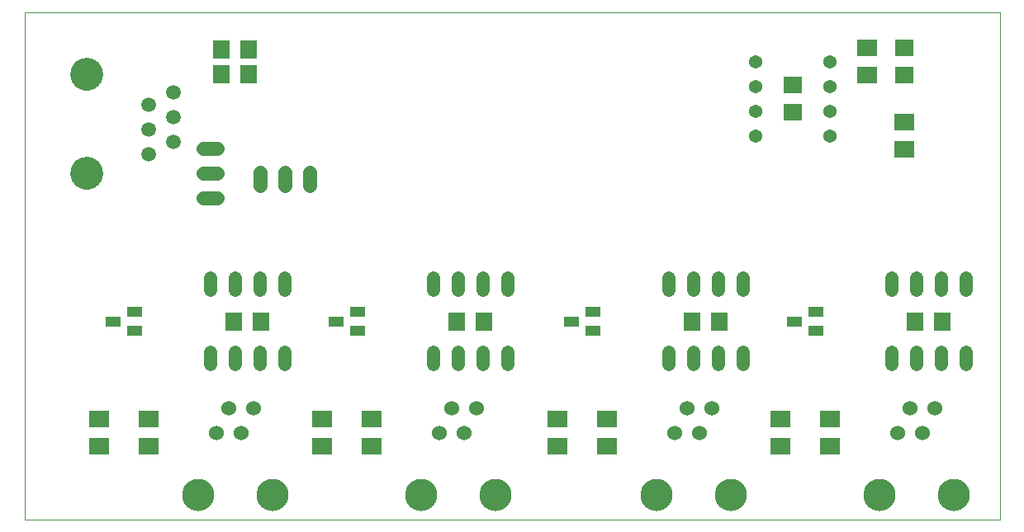
<source format=gbs>
G75*
G70*
%OFA0B0*%
%FSLAX24Y24*%
%IPPOS*%
%LPD*%
%AMOC8*
5,1,8,0,0,1.08239X$1,22.5*
%
%ADD10C,0.0000*%
%ADD11C,0.0520*%
%ADD12R,0.0827X0.0670*%
%ADD13R,0.0670X0.0749*%
%ADD14R,0.0749X0.0670*%
%ADD15R,0.0591X0.0434*%
%ADD16C,0.0591*%
%ADD17C,0.1320*%
%ADD18C,0.0600*%
%ADD19C,0.1300*%
%ADD20C,0.0540*%
%ADD21C,0.0580*%
D10*
X000704Y003195D02*
X000704Y023691D01*
X040074Y023691D01*
X040074Y003195D01*
X000704Y003195D01*
X007074Y004195D02*
X007076Y004245D01*
X007082Y004295D01*
X007092Y004344D01*
X007106Y004392D01*
X007123Y004439D01*
X007144Y004484D01*
X007169Y004528D01*
X007197Y004569D01*
X007229Y004608D01*
X007263Y004645D01*
X007300Y004679D01*
X007340Y004709D01*
X007382Y004736D01*
X007426Y004760D01*
X007472Y004781D01*
X007519Y004797D01*
X007567Y004810D01*
X007617Y004819D01*
X007666Y004824D01*
X007717Y004825D01*
X007767Y004822D01*
X007816Y004815D01*
X007865Y004804D01*
X007913Y004789D01*
X007959Y004771D01*
X008004Y004749D01*
X008047Y004723D01*
X008088Y004694D01*
X008127Y004662D01*
X008163Y004627D01*
X008195Y004589D01*
X008225Y004549D01*
X008252Y004506D01*
X008275Y004462D01*
X008294Y004416D01*
X008310Y004368D01*
X008322Y004319D01*
X008330Y004270D01*
X008334Y004220D01*
X008334Y004170D01*
X008330Y004120D01*
X008322Y004071D01*
X008310Y004022D01*
X008294Y003974D01*
X008275Y003928D01*
X008252Y003884D01*
X008225Y003841D01*
X008195Y003801D01*
X008163Y003763D01*
X008127Y003728D01*
X008088Y003696D01*
X008047Y003667D01*
X008004Y003641D01*
X007959Y003619D01*
X007913Y003601D01*
X007865Y003586D01*
X007816Y003575D01*
X007767Y003568D01*
X007717Y003565D01*
X007666Y003566D01*
X007617Y003571D01*
X007567Y003580D01*
X007519Y003593D01*
X007472Y003609D01*
X007426Y003630D01*
X007382Y003654D01*
X007340Y003681D01*
X007300Y003711D01*
X007263Y003745D01*
X007229Y003782D01*
X007197Y003821D01*
X007169Y003862D01*
X007144Y003906D01*
X007123Y003951D01*
X007106Y003998D01*
X007092Y004046D01*
X007082Y004095D01*
X007076Y004145D01*
X007074Y004195D01*
X010074Y004195D02*
X010076Y004245D01*
X010082Y004295D01*
X010092Y004344D01*
X010106Y004392D01*
X010123Y004439D01*
X010144Y004484D01*
X010169Y004528D01*
X010197Y004569D01*
X010229Y004608D01*
X010263Y004645D01*
X010300Y004679D01*
X010340Y004709D01*
X010382Y004736D01*
X010426Y004760D01*
X010472Y004781D01*
X010519Y004797D01*
X010567Y004810D01*
X010617Y004819D01*
X010666Y004824D01*
X010717Y004825D01*
X010767Y004822D01*
X010816Y004815D01*
X010865Y004804D01*
X010913Y004789D01*
X010959Y004771D01*
X011004Y004749D01*
X011047Y004723D01*
X011088Y004694D01*
X011127Y004662D01*
X011163Y004627D01*
X011195Y004589D01*
X011225Y004549D01*
X011252Y004506D01*
X011275Y004462D01*
X011294Y004416D01*
X011310Y004368D01*
X011322Y004319D01*
X011330Y004270D01*
X011334Y004220D01*
X011334Y004170D01*
X011330Y004120D01*
X011322Y004071D01*
X011310Y004022D01*
X011294Y003974D01*
X011275Y003928D01*
X011252Y003884D01*
X011225Y003841D01*
X011195Y003801D01*
X011163Y003763D01*
X011127Y003728D01*
X011088Y003696D01*
X011047Y003667D01*
X011004Y003641D01*
X010959Y003619D01*
X010913Y003601D01*
X010865Y003586D01*
X010816Y003575D01*
X010767Y003568D01*
X010717Y003565D01*
X010666Y003566D01*
X010617Y003571D01*
X010567Y003580D01*
X010519Y003593D01*
X010472Y003609D01*
X010426Y003630D01*
X010382Y003654D01*
X010340Y003681D01*
X010300Y003711D01*
X010263Y003745D01*
X010229Y003782D01*
X010197Y003821D01*
X010169Y003862D01*
X010144Y003906D01*
X010123Y003951D01*
X010106Y003998D01*
X010092Y004046D01*
X010082Y004095D01*
X010076Y004145D01*
X010074Y004195D01*
X016074Y004195D02*
X016076Y004245D01*
X016082Y004295D01*
X016092Y004344D01*
X016106Y004392D01*
X016123Y004439D01*
X016144Y004484D01*
X016169Y004528D01*
X016197Y004569D01*
X016229Y004608D01*
X016263Y004645D01*
X016300Y004679D01*
X016340Y004709D01*
X016382Y004736D01*
X016426Y004760D01*
X016472Y004781D01*
X016519Y004797D01*
X016567Y004810D01*
X016617Y004819D01*
X016666Y004824D01*
X016717Y004825D01*
X016767Y004822D01*
X016816Y004815D01*
X016865Y004804D01*
X016913Y004789D01*
X016959Y004771D01*
X017004Y004749D01*
X017047Y004723D01*
X017088Y004694D01*
X017127Y004662D01*
X017163Y004627D01*
X017195Y004589D01*
X017225Y004549D01*
X017252Y004506D01*
X017275Y004462D01*
X017294Y004416D01*
X017310Y004368D01*
X017322Y004319D01*
X017330Y004270D01*
X017334Y004220D01*
X017334Y004170D01*
X017330Y004120D01*
X017322Y004071D01*
X017310Y004022D01*
X017294Y003974D01*
X017275Y003928D01*
X017252Y003884D01*
X017225Y003841D01*
X017195Y003801D01*
X017163Y003763D01*
X017127Y003728D01*
X017088Y003696D01*
X017047Y003667D01*
X017004Y003641D01*
X016959Y003619D01*
X016913Y003601D01*
X016865Y003586D01*
X016816Y003575D01*
X016767Y003568D01*
X016717Y003565D01*
X016666Y003566D01*
X016617Y003571D01*
X016567Y003580D01*
X016519Y003593D01*
X016472Y003609D01*
X016426Y003630D01*
X016382Y003654D01*
X016340Y003681D01*
X016300Y003711D01*
X016263Y003745D01*
X016229Y003782D01*
X016197Y003821D01*
X016169Y003862D01*
X016144Y003906D01*
X016123Y003951D01*
X016106Y003998D01*
X016092Y004046D01*
X016082Y004095D01*
X016076Y004145D01*
X016074Y004195D01*
X019074Y004195D02*
X019076Y004245D01*
X019082Y004295D01*
X019092Y004344D01*
X019106Y004392D01*
X019123Y004439D01*
X019144Y004484D01*
X019169Y004528D01*
X019197Y004569D01*
X019229Y004608D01*
X019263Y004645D01*
X019300Y004679D01*
X019340Y004709D01*
X019382Y004736D01*
X019426Y004760D01*
X019472Y004781D01*
X019519Y004797D01*
X019567Y004810D01*
X019617Y004819D01*
X019666Y004824D01*
X019717Y004825D01*
X019767Y004822D01*
X019816Y004815D01*
X019865Y004804D01*
X019913Y004789D01*
X019959Y004771D01*
X020004Y004749D01*
X020047Y004723D01*
X020088Y004694D01*
X020127Y004662D01*
X020163Y004627D01*
X020195Y004589D01*
X020225Y004549D01*
X020252Y004506D01*
X020275Y004462D01*
X020294Y004416D01*
X020310Y004368D01*
X020322Y004319D01*
X020330Y004270D01*
X020334Y004220D01*
X020334Y004170D01*
X020330Y004120D01*
X020322Y004071D01*
X020310Y004022D01*
X020294Y003974D01*
X020275Y003928D01*
X020252Y003884D01*
X020225Y003841D01*
X020195Y003801D01*
X020163Y003763D01*
X020127Y003728D01*
X020088Y003696D01*
X020047Y003667D01*
X020004Y003641D01*
X019959Y003619D01*
X019913Y003601D01*
X019865Y003586D01*
X019816Y003575D01*
X019767Y003568D01*
X019717Y003565D01*
X019666Y003566D01*
X019617Y003571D01*
X019567Y003580D01*
X019519Y003593D01*
X019472Y003609D01*
X019426Y003630D01*
X019382Y003654D01*
X019340Y003681D01*
X019300Y003711D01*
X019263Y003745D01*
X019229Y003782D01*
X019197Y003821D01*
X019169Y003862D01*
X019144Y003906D01*
X019123Y003951D01*
X019106Y003998D01*
X019092Y004046D01*
X019082Y004095D01*
X019076Y004145D01*
X019074Y004195D01*
X025574Y004195D02*
X025576Y004245D01*
X025582Y004295D01*
X025592Y004344D01*
X025606Y004392D01*
X025623Y004439D01*
X025644Y004484D01*
X025669Y004528D01*
X025697Y004569D01*
X025729Y004608D01*
X025763Y004645D01*
X025800Y004679D01*
X025840Y004709D01*
X025882Y004736D01*
X025926Y004760D01*
X025972Y004781D01*
X026019Y004797D01*
X026067Y004810D01*
X026117Y004819D01*
X026166Y004824D01*
X026217Y004825D01*
X026267Y004822D01*
X026316Y004815D01*
X026365Y004804D01*
X026413Y004789D01*
X026459Y004771D01*
X026504Y004749D01*
X026547Y004723D01*
X026588Y004694D01*
X026627Y004662D01*
X026663Y004627D01*
X026695Y004589D01*
X026725Y004549D01*
X026752Y004506D01*
X026775Y004462D01*
X026794Y004416D01*
X026810Y004368D01*
X026822Y004319D01*
X026830Y004270D01*
X026834Y004220D01*
X026834Y004170D01*
X026830Y004120D01*
X026822Y004071D01*
X026810Y004022D01*
X026794Y003974D01*
X026775Y003928D01*
X026752Y003884D01*
X026725Y003841D01*
X026695Y003801D01*
X026663Y003763D01*
X026627Y003728D01*
X026588Y003696D01*
X026547Y003667D01*
X026504Y003641D01*
X026459Y003619D01*
X026413Y003601D01*
X026365Y003586D01*
X026316Y003575D01*
X026267Y003568D01*
X026217Y003565D01*
X026166Y003566D01*
X026117Y003571D01*
X026067Y003580D01*
X026019Y003593D01*
X025972Y003609D01*
X025926Y003630D01*
X025882Y003654D01*
X025840Y003681D01*
X025800Y003711D01*
X025763Y003745D01*
X025729Y003782D01*
X025697Y003821D01*
X025669Y003862D01*
X025644Y003906D01*
X025623Y003951D01*
X025606Y003998D01*
X025592Y004046D01*
X025582Y004095D01*
X025576Y004145D01*
X025574Y004195D01*
X028574Y004195D02*
X028576Y004245D01*
X028582Y004295D01*
X028592Y004344D01*
X028606Y004392D01*
X028623Y004439D01*
X028644Y004484D01*
X028669Y004528D01*
X028697Y004569D01*
X028729Y004608D01*
X028763Y004645D01*
X028800Y004679D01*
X028840Y004709D01*
X028882Y004736D01*
X028926Y004760D01*
X028972Y004781D01*
X029019Y004797D01*
X029067Y004810D01*
X029117Y004819D01*
X029166Y004824D01*
X029217Y004825D01*
X029267Y004822D01*
X029316Y004815D01*
X029365Y004804D01*
X029413Y004789D01*
X029459Y004771D01*
X029504Y004749D01*
X029547Y004723D01*
X029588Y004694D01*
X029627Y004662D01*
X029663Y004627D01*
X029695Y004589D01*
X029725Y004549D01*
X029752Y004506D01*
X029775Y004462D01*
X029794Y004416D01*
X029810Y004368D01*
X029822Y004319D01*
X029830Y004270D01*
X029834Y004220D01*
X029834Y004170D01*
X029830Y004120D01*
X029822Y004071D01*
X029810Y004022D01*
X029794Y003974D01*
X029775Y003928D01*
X029752Y003884D01*
X029725Y003841D01*
X029695Y003801D01*
X029663Y003763D01*
X029627Y003728D01*
X029588Y003696D01*
X029547Y003667D01*
X029504Y003641D01*
X029459Y003619D01*
X029413Y003601D01*
X029365Y003586D01*
X029316Y003575D01*
X029267Y003568D01*
X029217Y003565D01*
X029166Y003566D01*
X029117Y003571D01*
X029067Y003580D01*
X029019Y003593D01*
X028972Y003609D01*
X028926Y003630D01*
X028882Y003654D01*
X028840Y003681D01*
X028800Y003711D01*
X028763Y003745D01*
X028729Y003782D01*
X028697Y003821D01*
X028669Y003862D01*
X028644Y003906D01*
X028623Y003951D01*
X028606Y003998D01*
X028592Y004046D01*
X028582Y004095D01*
X028576Y004145D01*
X028574Y004195D01*
X034574Y004195D02*
X034576Y004245D01*
X034582Y004295D01*
X034592Y004344D01*
X034606Y004392D01*
X034623Y004439D01*
X034644Y004484D01*
X034669Y004528D01*
X034697Y004569D01*
X034729Y004608D01*
X034763Y004645D01*
X034800Y004679D01*
X034840Y004709D01*
X034882Y004736D01*
X034926Y004760D01*
X034972Y004781D01*
X035019Y004797D01*
X035067Y004810D01*
X035117Y004819D01*
X035166Y004824D01*
X035217Y004825D01*
X035267Y004822D01*
X035316Y004815D01*
X035365Y004804D01*
X035413Y004789D01*
X035459Y004771D01*
X035504Y004749D01*
X035547Y004723D01*
X035588Y004694D01*
X035627Y004662D01*
X035663Y004627D01*
X035695Y004589D01*
X035725Y004549D01*
X035752Y004506D01*
X035775Y004462D01*
X035794Y004416D01*
X035810Y004368D01*
X035822Y004319D01*
X035830Y004270D01*
X035834Y004220D01*
X035834Y004170D01*
X035830Y004120D01*
X035822Y004071D01*
X035810Y004022D01*
X035794Y003974D01*
X035775Y003928D01*
X035752Y003884D01*
X035725Y003841D01*
X035695Y003801D01*
X035663Y003763D01*
X035627Y003728D01*
X035588Y003696D01*
X035547Y003667D01*
X035504Y003641D01*
X035459Y003619D01*
X035413Y003601D01*
X035365Y003586D01*
X035316Y003575D01*
X035267Y003568D01*
X035217Y003565D01*
X035166Y003566D01*
X035117Y003571D01*
X035067Y003580D01*
X035019Y003593D01*
X034972Y003609D01*
X034926Y003630D01*
X034882Y003654D01*
X034840Y003681D01*
X034800Y003711D01*
X034763Y003745D01*
X034729Y003782D01*
X034697Y003821D01*
X034669Y003862D01*
X034644Y003906D01*
X034623Y003951D01*
X034606Y003998D01*
X034592Y004046D01*
X034582Y004095D01*
X034576Y004145D01*
X034574Y004195D01*
X037574Y004195D02*
X037576Y004245D01*
X037582Y004295D01*
X037592Y004344D01*
X037606Y004392D01*
X037623Y004439D01*
X037644Y004484D01*
X037669Y004528D01*
X037697Y004569D01*
X037729Y004608D01*
X037763Y004645D01*
X037800Y004679D01*
X037840Y004709D01*
X037882Y004736D01*
X037926Y004760D01*
X037972Y004781D01*
X038019Y004797D01*
X038067Y004810D01*
X038117Y004819D01*
X038166Y004824D01*
X038217Y004825D01*
X038267Y004822D01*
X038316Y004815D01*
X038365Y004804D01*
X038413Y004789D01*
X038459Y004771D01*
X038504Y004749D01*
X038547Y004723D01*
X038588Y004694D01*
X038627Y004662D01*
X038663Y004627D01*
X038695Y004589D01*
X038725Y004549D01*
X038752Y004506D01*
X038775Y004462D01*
X038794Y004416D01*
X038810Y004368D01*
X038822Y004319D01*
X038830Y004270D01*
X038834Y004220D01*
X038834Y004170D01*
X038830Y004120D01*
X038822Y004071D01*
X038810Y004022D01*
X038794Y003974D01*
X038775Y003928D01*
X038752Y003884D01*
X038725Y003841D01*
X038695Y003801D01*
X038663Y003763D01*
X038627Y003728D01*
X038588Y003696D01*
X038547Y003667D01*
X038504Y003641D01*
X038459Y003619D01*
X038413Y003601D01*
X038365Y003586D01*
X038316Y003575D01*
X038267Y003568D01*
X038217Y003565D01*
X038166Y003566D01*
X038117Y003571D01*
X038067Y003580D01*
X038019Y003593D01*
X037972Y003609D01*
X037926Y003630D01*
X037882Y003654D01*
X037840Y003681D01*
X037800Y003711D01*
X037763Y003745D01*
X037729Y003782D01*
X037697Y003821D01*
X037669Y003862D01*
X037644Y003906D01*
X037623Y003951D01*
X037606Y003998D01*
X037592Y004046D01*
X037582Y004095D01*
X037576Y004145D01*
X037574Y004195D01*
X002564Y017195D02*
X002566Y017245D01*
X002572Y017295D01*
X002582Y017344D01*
X002595Y017393D01*
X002613Y017440D01*
X002634Y017486D01*
X002658Y017529D01*
X002686Y017571D01*
X002717Y017611D01*
X002751Y017648D01*
X002788Y017682D01*
X002828Y017713D01*
X002870Y017741D01*
X002913Y017765D01*
X002959Y017786D01*
X003006Y017804D01*
X003055Y017817D01*
X003104Y017827D01*
X003154Y017833D01*
X003204Y017835D01*
X003254Y017833D01*
X003304Y017827D01*
X003353Y017817D01*
X003402Y017804D01*
X003449Y017786D01*
X003495Y017765D01*
X003538Y017741D01*
X003580Y017713D01*
X003620Y017682D01*
X003657Y017648D01*
X003691Y017611D01*
X003722Y017571D01*
X003750Y017529D01*
X003774Y017486D01*
X003795Y017440D01*
X003813Y017393D01*
X003826Y017344D01*
X003836Y017295D01*
X003842Y017245D01*
X003844Y017195D01*
X003842Y017145D01*
X003836Y017095D01*
X003826Y017046D01*
X003813Y016997D01*
X003795Y016950D01*
X003774Y016904D01*
X003750Y016861D01*
X003722Y016819D01*
X003691Y016779D01*
X003657Y016742D01*
X003620Y016708D01*
X003580Y016677D01*
X003538Y016649D01*
X003495Y016625D01*
X003449Y016604D01*
X003402Y016586D01*
X003353Y016573D01*
X003304Y016563D01*
X003254Y016557D01*
X003204Y016555D01*
X003154Y016557D01*
X003104Y016563D01*
X003055Y016573D01*
X003006Y016586D01*
X002959Y016604D01*
X002913Y016625D01*
X002870Y016649D01*
X002828Y016677D01*
X002788Y016708D01*
X002751Y016742D01*
X002717Y016779D01*
X002686Y016819D01*
X002658Y016861D01*
X002634Y016904D01*
X002613Y016950D01*
X002595Y016997D01*
X002582Y017046D01*
X002572Y017095D01*
X002566Y017145D01*
X002564Y017195D01*
X002564Y021195D02*
X002566Y021245D01*
X002572Y021295D01*
X002582Y021344D01*
X002595Y021393D01*
X002613Y021440D01*
X002634Y021486D01*
X002658Y021529D01*
X002686Y021571D01*
X002717Y021611D01*
X002751Y021648D01*
X002788Y021682D01*
X002828Y021713D01*
X002870Y021741D01*
X002913Y021765D01*
X002959Y021786D01*
X003006Y021804D01*
X003055Y021817D01*
X003104Y021827D01*
X003154Y021833D01*
X003204Y021835D01*
X003254Y021833D01*
X003304Y021827D01*
X003353Y021817D01*
X003402Y021804D01*
X003449Y021786D01*
X003495Y021765D01*
X003538Y021741D01*
X003580Y021713D01*
X003620Y021682D01*
X003657Y021648D01*
X003691Y021611D01*
X003722Y021571D01*
X003750Y021529D01*
X003774Y021486D01*
X003795Y021440D01*
X003813Y021393D01*
X003826Y021344D01*
X003836Y021295D01*
X003842Y021245D01*
X003844Y021195D01*
X003842Y021145D01*
X003836Y021095D01*
X003826Y021046D01*
X003813Y020997D01*
X003795Y020950D01*
X003774Y020904D01*
X003750Y020861D01*
X003722Y020819D01*
X003691Y020779D01*
X003657Y020742D01*
X003620Y020708D01*
X003580Y020677D01*
X003538Y020649D01*
X003495Y020625D01*
X003449Y020604D01*
X003402Y020586D01*
X003353Y020573D01*
X003304Y020563D01*
X003254Y020557D01*
X003204Y020555D01*
X003154Y020557D01*
X003104Y020563D01*
X003055Y020573D01*
X003006Y020586D01*
X002959Y020604D01*
X002913Y020625D01*
X002870Y020649D01*
X002828Y020677D01*
X002788Y020708D01*
X002751Y020742D01*
X002717Y020779D01*
X002686Y020819D01*
X002658Y020861D01*
X002634Y020904D01*
X002613Y020950D01*
X002595Y020997D01*
X002582Y021046D01*
X002572Y021095D01*
X002566Y021145D01*
X002564Y021195D01*
D11*
X008204Y012935D02*
X008204Y012455D01*
X009204Y012455D02*
X009204Y012935D01*
X010204Y012935D02*
X010204Y012455D01*
X011204Y012455D02*
X011204Y012935D01*
X011204Y009935D02*
X011204Y009455D01*
X010204Y009455D02*
X010204Y009935D01*
X009204Y009935D02*
X009204Y009455D01*
X008204Y009455D02*
X008204Y009935D01*
X017204Y009935D02*
X017204Y009455D01*
X018204Y009455D02*
X018204Y009935D01*
X019204Y009935D02*
X019204Y009455D01*
X020204Y009455D02*
X020204Y009935D01*
X020204Y012455D02*
X020204Y012935D01*
X019204Y012935D02*
X019204Y012455D01*
X018204Y012455D02*
X018204Y012935D01*
X017204Y012935D02*
X017204Y012455D01*
X026704Y012455D02*
X026704Y012935D01*
X027704Y012935D02*
X027704Y012455D01*
X028704Y012455D02*
X028704Y012935D01*
X029704Y012935D02*
X029704Y012455D01*
X029704Y009935D02*
X029704Y009455D01*
X028704Y009455D02*
X028704Y009935D01*
X027704Y009935D02*
X027704Y009455D01*
X026704Y009455D02*
X026704Y009935D01*
X035704Y009935D02*
X035704Y009455D01*
X036704Y009455D02*
X036704Y009935D01*
X037704Y009935D02*
X037704Y009455D01*
X038704Y009455D02*
X038704Y009935D01*
X038704Y012455D02*
X038704Y012935D01*
X037704Y012935D02*
X037704Y012455D01*
X036704Y012455D02*
X036704Y012935D01*
X035704Y012935D02*
X035704Y012455D01*
D12*
X033204Y007246D03*
X033204Y006144D03*
X031204Y006144D03*
X031204Y007246D03*
X024204Y007246D03*
X024204Y006144D03*
X022204Y006144D03*
X022204Y007246D03*
X014704Y007246D03*
X014704Y006144D03*
X012704Y006144D03*
X012704Y007246D03*
X005704Y007246D03*
X005704Y006144D03*
X003704Y006144D03*
X003704Y007246D03*
X034704Y021144D03*
X034704Y022246D03*
X036204Y019246D03*
X036204Y018144D03*
D13*
X036653Y011195D03*
X037755Y011195D03*
X028755Y011195D03*
X027653Y011195D03*
X019255Y011195D03*
X018153Y011195D03*
X010255Y011195D03*
X009153Y011195D03*
X008653Y021195D03*
X009755Y021195D03*
X009755Y022195D03*
X008653Y022195D03*
D14*
X031704Y020746D03*
X031704Y019644D03*
X036204Y021144D03*
X036204Y022246D03*
D15*
X032637Y011569D03*
X031771Y011195D03*
X032637Y010821D03*
X023637Y010821D03*
X022771Y011195D03*
X023637Y011569D03*
X014137Y011569D03*
X014137Y010821D03*
X013271Y011195D03*
X005137Y010821D03*
X004271Y011195D03*
X005137Y011569D03*
D16*
X005704Y017945D03*
X006704Y018445D03*
X005704Y018945D03*
X006704Y019445D03*
X005704Y019945D03*
X006704Y020445D03*
D17*
X003204Y021195D03*
X003204Y017195D03*
D18*
X008954Y007695D03*
X009954Y007695D03*
X009454Y006695D03*
X008454Y006695D03*
X017454Y006695D03*
X018454Y006695D03*
X018954Y007695D03*
X017954Y007695D03*
X026954Y006695D03*
X027954Y006695D03*
X028454Y007695D03*
X027454Y007695D03*
X035954Y006695D03*
X036954Y006695D03*
X037454Y007695D03*
X036454Y007695D03*
D19*
X035204Y004195D03*
X038204Y004195D03*
X029204Y004195D03*
X026204Y004195D03*
X019704Y004195D03*
X016704Y004195D03*
X010704Y004195D03*
X007704Y004195D03*
D20*
X030204Y018695D03*
X030204Y019695D03*
X030204Y020695D03*
X030204Y021695D03*
X033204Y021695D03*
X033204Y020695D03*
X033204Y019695D03*
X033204Y018695D03*
D21*
X012204Y017215D02*
X012204Y016675D01*
X011204Y016675D02*
X011204Y017215D01*
X010204Y017215D02*
X010204Y016675D01*
X008474Y016195D02*
X007934Y016195D01*
X007934Y017195D02*
X008474Y017195D01*
X008474Y018195D02*
X007934Y018195D01*
M02*

</source>
